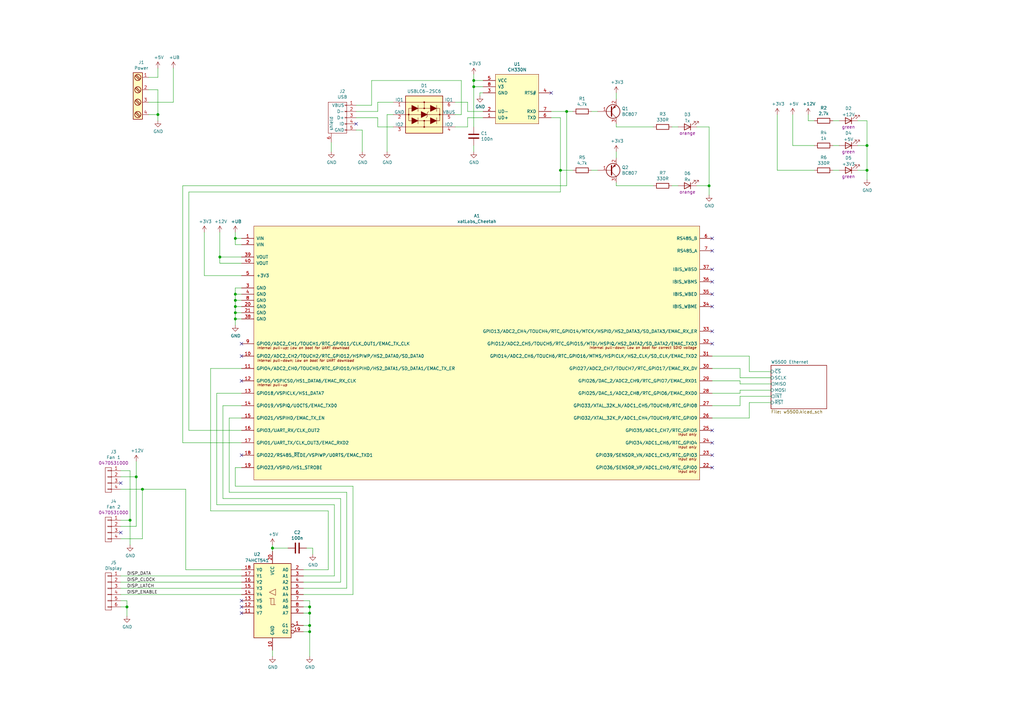
<source format=kicad_sch>
(kicad_sch (version 20210406) (generator eeschema)
  (paper "A3")
  (title_block (title "Controller for 16-Segment LED Display") (date "2021-11-10") (rev "1.0") (comment 1 "Julian Metzler"))
  (lib_symbols
    (symbol "74xx:74HCT541" (pin_names (offset 1.016))
      (property "Reference" "U" (at -7.62 16.51 0))
      (property "Value" "74HCT541" (at -7.62 -16.51 0))
      (symbol "74HCT541_1_0"
        (polyline (pts (xy -0.635 -1.6002) (xy -0.635 0.9398) (xy 0.635 0.9398)))
        (polyline (pts (xy -1.27 -1.6002) (xy 0.635 -1.6002) (xy 0.635 0.9398) (xy 1.27 0.9398)))
        (polyline (pts (xy 1.27 3.4798) (xy -1.27 4.7498) (xy -1.27 2.2098) (xy 1.27 3.4798)) (stroke (width 0.1524)))
        (pin input inverted (at -12.7 -10.16 0) (length 5.08) (name "G1") (number "1"))
        (pin power_in line (at 0 -20.32 90) (length 5.08) (name "GND") (number "10"))
        (pin tri_state line (at 12.7 -5.08 180) (length 5.08) (name "Y7") (number "11"))
        (pin tri_state line (at 12.7 -2.54 180) (length 5.08) (name "Y6") (number "12"))
        (pin tri_state line (at 12.7 0 180) (length 5.08) (name "Y5") (number "13"))
        (pin tri_state line (at 12.7 2.54 180) (length 5.08) (name "Y4") (number "14"))
        (pin tri_state line (at 12.7 5.08 180) (length 5.08) (name "Y3") (number "15"))
        (pin tri_state line (at 12.7 7.62 180) (length 5.08) (name "Y2") (number "16"))
        (pin tri_state line (at 12.7 10.16 180) (length 5.08) (name "Y1") (number "17"))
        (pin tri_state line (at 12.7 12.7 180) (length 5.08) (name "Y0") (number "18"))
        (pin input inverted (at -12.7 -12.7 0) (length 5.08) (name "G2") (number "19"))
        (pin input line (at -12.7 12.7 0) (length 5.08) (name "A0") (number "2"))
        (pin power_in line (at 0 20.32 270) (length 5.08) (name "VCC") (number "20"))
        (pin input line (at -12.7 10.16 0) (length 5.08) (name "A1") (number "3"))
        (pin input line (at -12.7 7.62 0) (length 5.08) (name "A2") (number "4"))
        (pin input line (at -12.7 5.08 0) (length 5.08) (name "A3") (number "5"))
        (pin input line (at -12.7 2.54 0) (length 5.08) (name "A4") (number "6"))
        (pin input line (at -12.7 0 0) (length 5.08) (name "A5") (number "7"))
        (pin input line (at -12.7 -2.54 0) (length 5.08) (name "A6") (number "8"))
        (pin input line (at -12.7 -5.08 0) (length 5.08) (name "A7") (number "9"))
      )
      (symbol "74HCT541_1_1"
        (rectangle (start -7.62 15.24) (end 7.62 -15.24) (stroke (width 0.254)) (fill (type background)))
      )
    )
    (symbol "ESD_Protection:USBLC6-2SC6" (pin_names (offset 0))
      (property "Reference" "U" (at -6.35 8.89 0))
      (property "Value" "USBLC6-2SC6" (at 0 -8.89 0))
      (symbol "USBLC6-2SC6_0_1"
        (circle (center -6.35 0) (radius 0.254) (fill (type outline)))
        (circle (center 0 -5.08) (radius 0.254) (fill (type outline)))
        (circle (center 0 -2.54) (radius 0.254) (fill (type outline)))
        (circle (center 0 2.54) (radius 0.254) (fill (type outline)))
        (circle (center 0 5.08) (radius 0.254) (fill (type outline)))
        (circle (center 6.35 0) (radius 0.254) (fill (type outline)))
        (rectangle (start -7.62 7.62) (end 7.62 -7.62) (stroke (width 0.254)) (fill (type background)))
        (polyline (pts (xy -7.62 0) (xy -6.35 0)))
        (polyline (pts (xy -6.35 0) (xy -1.27 0)))
        (polyline (pts (xy -2.54 -2.54) (xy 2.54 -2.54)))
        (polyline (pts (xy -2.54 -1.27) (xy -2.54 -3.81)))
        (polyline (pts (xy -2.54 1.27) (xy -2.54 3.81)))
        (polyline (pts (xy -2.54 2.54) (xy 2.54 2.54)))
        (polyline (pts (xy 0 -5.08) (xy -7.62 -5.08)))
        (polyline (pts (xy 0 5.08) (xy -7.62 5.08)))
        (polyline (pts (xy 1.27 0) (xy 6.35 0)))
        (polyline (pts (xy 5.08 -1.27) (xy 5.08 -3.81)))
        (polyline (pts (xy 5.08 1.27) (xy 5.08 3.81)))
        (polyline (pts (xy 6.35 0) (xy 7.62 0)))
        (polyline (pts (xy -6.35 0) (xy -6.35 2.54) (xy -5.08 2.54)))
        (polyline (pts (xy -5.08 -2.54) (xy -6.35 -2.54) (xy -6.35 0)))
        (polyline (pts (xy 0 -2.54) (xy 0 -5.08) (xy 7.62 -5.08)))
        (polyline (pts (xy 0 2.54) (xy 0 5.08) (xy 7.62 5.08)))
        (polyline (pts (xy 0.762 -1.27) (xy 1.27 -0.762) (xy 1.27 0.762) (xy 1.778 1.27)))
        (polyline (pts (xy 5.08 2.54) (xy 6.35 2.54) (xy 6.35 -2.54) (xy 5.08 -2.54)))
        (polyline (pts (xy -5.08 -3.81) (xy -5.08 -1.27) (xy -2.54 -2.54) (xy -5.08 -3.81)) (fill (type outline)))
        (polyline (pts (xy -5.08 3.81) (xy -5.08 1.27) (xy -2.54 2.54) (xy -5.08 3.81)) (fill (type outline)))
        (polyline (pts (xy -1.27 1.27) (xy -1.27 -1.27) (xy 1.27 0) (xy -1.27 1.27)) (fill (type outline)))
        (polyline (pts (xy 2.54 -3.81) (xy 2.54 -1.27) (xy 5.08 -2.54) (xy 2.54 -3.81)) (fill (type outline)))
        (polyline (pts (xy 2.54 3.81) (xy 2.54 1.27) (xy 5.08 2.54) (xy 2.54 3.81)) (fill (type outline)))
      )
      (symbol "USBLC6-2SC6_1_1"
        (pin passive line (at -12.7 5.08 0) (length 5.08) (name "IO1") (number "1"))
        (pin power_in line (at -12.7 0 0) (length 5.08) (name "GND") (number "2"))
        (pin passive line (at -12.7 -5.08 0) (length 5.08) (name "IO2") (number "3"))
        (pin passive line (at 12.7 -5.08 180) (length 5.08) (name "IO2") (number "4"))
        (pin passive line (at 12.7 0 180) (length 5.08) (name "VBUS") (number "5"))
        (pin passive line (at 12.7 5.08 180) (length 5.08) (name "IO1") (number "6"))
      )
    )
    (symbol "Transistor_BJT:BC807" (pin_names (offset 0) hide)
      (property "Reference" "Q" (at 5.08 1.905 0))
      (property "Value" "BC807" (at 5.08 0 0))
      (symbol "BC807_0_1"
        (circle (center 1.27 0) (radius 2.8194) (stroke (width 0.254)))
        (polyline (pts (xy 0.635 0.635) (xy 2.54 2.54)))
        (polyline (pts (xy 0.635 -0.635) (xy 2.54 -2.54) (xy 2.54 -2.54)))
        (polyline (pts (xy 0.635 1.905) (xy 0.635 -1.905) (xy 0.635 -1.905)) (stroke (width 0.508)))
        (polyline (pts (xy 2.286 -1.778) (xy 1.778 -2.286) (xy 1.27 -1.27) (xy 2.286 -1.778) (xy 2.286 -1.778)) (fill (type outline)))
      )
      (symbol "BC807_1_1"
        (pin input line (at -5.08 0 0) (length 5.715) (name "B") (number "1"))
        (pin passive line (at 2.54 -5.08 90) (length 2.54) (name "E") (number "2"))
        (pin passive line (at 2.54 5.08 270) (length 2.54) (name "C") (number "3"))
      )
    )
    (symbol "conn:CONN_01X04" (pin_names (offset 1.016) hide)
      (property "Reference" "P" (at 0 6.35 0))
      (property "Value" "CONN_01X04" (at 2.54 0 90))
      (symbol "CONN_01X04_0_1"
        (rectangle (start -1.27 -3.683) (end 0.254 -3.937))
        (rectangle (start -1.27 -1.143) (end 0.254 -1.397))
        (rectangle (start -1.27 1.397) (end 0.254 1.143))
        (rectangle (start -1.27 3.937) (end 0.254 3.683))
        (rectangle (start -1.27 5.08) (end 1.27 -5.08))
      )
      (symbol "CONN_01X04_1_1"
        (pin passive line (at -5.08 3.81 0) (length 3.81) (name "P1") (number "1"))
        (pin passive line (at -5.08 1.27 0) (length 3.81) (name "P2") (number "2"))
        (pin passive line (at -5.08 -1.27 0) (length 3.81) (name "P3") (number "3"))
        (pin passive line (at -5.08 -3.81 0) (length 3.81) (name "P4") (number "4"))
      )
    )
    (symbol "conn:CONN_01X06" (pin_names (offset 1.016) hide)
      (property "Reference" "P" (at 0 8.89 0))
      (property "Value" "CONN_01X06" (at 2.54 0 90))
      (symbol "CONN_01X06_0_1"
        (rectangle (start -1.27 -6.223) (end 0.254 -6.477))
        (rectangle (start -1.27 -3.683) (end 0.254 -3.937))
        (rectangle (start -1.27 -1.143) (end 0.254 -1.397))
        (rectangle (start -1.27 1.397) (end 0.254 1.143))
        (rectangle (start -1.27 3.937) (end 0.254 3.683))
        (rectangle (start -1.27 6.477) (end 0.254 6.223))
        (rectangle (start -1.27 7.62) (end 1.27 -7.62))
      )
      (symbol "CONN_01X06_1_1"
        (pin passive line (at -5.08 6.35 0) (length 3.81) (name "P1") (number "1"))
        (pin passive line (at -5.08 3.81 0) (length 3.81) (name "P2") (number "2"))
        (pin passive line (at -5.08 1.27 0) (length 3.81) (name "P3") (number "3"))
        (pin passive line (at -5.08 -1.27 0) (length 3.81) (name "P4") (number "4"))
        (pin passive line (at -5.08 -3.81 0) (length 3.81) (name "P5") (number "5"))
        (pin passive line (at -5.08 -6.35 0) (length 3.81) (name "P6") (number "6"))
      )
    )
    (symbol "conn:Screw_Terminal_1x04" (pin_names (offset 0.762) hide)
      (property "Reference" "J" (at 0 11.43 0))
      (property "Value" "Screw_Terminal_1x04" (at -3.81 0 90))
      (symbol "Screw_Terminal_1x04_0_1"
        (circle (center 0.635 -7.62) (radius 1.27) (stroke (width 0.254)))
        (circle (center 0.635 -2.54) (radius 1.27) (stroke (width 0.254)))
        (circle (center 0.635 2.54) (radius 1.27) (stroke (width 0.254)))
        (circle (center 0.635 7.62) (radius 1.27) (stroke (width 0.254)))
        (rectangle (start -1.27 -9.525) (end 2.54 9.525) (stroke (width 0.254)) (fill (type background)))
        (polyline (pts (xy -0.381 -6.985) (xy 1.27 -8.636)) (stroke (width 0.254)))
        (polyline (pts (xy -0.381 3.175) (xy 1.27 1.524)) (stroke (width 0.254)))
        (polyline (pts (xy 0 -1.524) (xy 1.651 -3.175)) (stroke (width 0.254)))
        (polyline (pts (xy 0 8.636) (xy 1.651 6.985)) (stroke (width 0.254)))
        (polyline (pts (xy 1.27 -3.556) (xy -0.381 -1.905)) (stroke (width 0.254)))
        (polyline (pts (xy 1.27 6.604) (xy -0.381 8.255)) (stroke (width 0.254)))
        (polyline (pts (xy 1.651 -8.255) (xy 0 -6.604)) (stroke (width 0.254)))
        (polyline (pts (xy 1.651 1.905) (xy 0 3.556)) (stroke (width 0.254)))
      )
      (symbol "Screw_Terminal_1x04_1_1"
        (pin passive line (at 5.08 7.62 180) (length 2.54) (name "~") (number "1"))
        (pin passive line (at 5.08 2.54 180) (length 2.54) (name "~") (number "2"))
        (pin passive line (at 5.08 -2.54 180) (length 2.54) (name "~") (number "3"))
        (pin passive line (at 5.08 -7.62 180) (length 2.54) (name "~") (number "4"))
      )
    )
    (symbol "conn:USB_OTG" (pin_names (offset 1.016))
      (property "Reference" "P" (at 8.255 -3.175 0))
      (property "Value" "USB_OTG" (at 0 5.08 0))
      (symbol "USB_OTG_0_1"
        (rectangle (start -6.35 -3.81) (end 6.35 3.81))
        (rectangle (start -5.207 -3.81) (end -4.953 -3.048))
        (rectangle (start -2.667 -3.81) (end -2.413 -3.048))
        (rectangle (start -0.127 -3.81) (end 0.127 -3.048))
        (rectangle (start 2.413 -3.81) (end 2.667 -3.048))
        (rectangle (start 4.953 -3.81) (end 5.207 -3.048))
      )
      (symbol "USB_OTG_1_1"
        (pin power_out line (at -5.08 -7.62 90) (length 3.81) (name "VBUS") (number "1"))
        (pin passive line (at -2.54 -7.62 90) (length 3.81) (name "D-") (number "2"))
        (pin passive line (at 0 -7.62 90) (length 3.81) (name "D+") (number "3"))
        (pin power_in line (at 2.54 -7.62 90) (length 3.81) (name "ID") (number "4"))
        (pin power_in line (at 5.08 -7.62 90) (length 3.81) (name "GND") (number "5"))
        (pin passive line (at 10.16 2.54 180) (length 3.81) (name "shield") (number "6"))
      )
    )
    (symbol "custom:+UB" (power) (pin_names (offset 0))
      (property "Value" "+UB" (at 0 3.556 0))
      (symbol "+UB_0_1"
        (polyline (pts (xy -0.762 1.27) (xy 0 2.54)))
        (polyline (pts (xy 0 0) (xy 0 2.54)))
        (polyline (pts (xy 0 2.54) (xy 0.762 1.27)))
      )
      (symbol "+UB_1_1"
        (pin power_in line (at 0 0 90) (length 0) hide (name "+UB") (number "1"))
      )
    )
    (symbol "custom:CH330N" (pin_names (offset 1.016))
      (property "Reference" "U" (at 0 1.27 0))
      (property "Value" "CH330N" (at 0 -1.27 0))
      (symbol "CH330N_0_1"
        (rectangle (start -8.89 10.16) (end 8.89 -10.16) (fill (type background)))
      )
      (symbol "CH330N_1_1"
        (pin bidirectional line (at -13.97 -7.62 0) (length 5.08) (name "UD+") (number "1"))
        (pin bidirectional line (at -13.97 -5.08 0) (length 5.08) (name "UD-") (number "2"))
        (pin power_in line (at -13.97 2.54 0) (length 5.08) (name "GND") (number "3"))
        (pin output line (at 13.97 2.54 180) (length 5.08) (name "RTS#") (number "4"))
        (pin power_in line (at -13.97 7.62 0) (length 5.08) (name "VCC") (number "5"))
        (pin output line (at 13.97 -7.62 180) (length 5.08) (name "TXD") (number "6"))
        (pin input line (at 13.97 -5.08 180) (length 5.08) (name "RXD") (number "7"))
        (pin power_out line (at -13.97 5.08 0) (length 5.08) (name "V3") (number "8"))
      )
    )
    (symbol "custom:xatLabs_Cheetah" (pin_names (offset 1.016))
      (property "Reference" "A" (at 0 39.37 0))
      (property "Value" "xatLabs_Cheetah" (at 0 36.83 0))
      (symbol "xatLabs_Cheetah_0_0"
        (text "Input only" (at 90.17 -43.5102 0) (effects (font (size 0.9906 0.9906) italic) (justify right)))
        (text "Input only" (at 90.17 -38.4048 0) (effects (font (size 0.9906 0.9906) italic) (justify right)))
        (text "Input only" (at 90.17 -33.5026 0) (effects (font (size 0.9906 0.9906) italic) (justify right)))
        (text "Input only" (at 90.17 -28.2956 0) (effects (font (size 0.9906 0.9906) italic) (justify right)))
        (text "Internal pull-down; Low on boot for correct SDIO voltage" (at 90.17 7.2898 0) (effects (font (size 0.9906 0.9906) italic) (justify right)))
        (text "Internal pull-down; Low on boot for UART download" (at -90.17 2.0066 0) (effects (font (size 0.9906 0.9906) italic) (justify left)))
        (text "Internal pull-up" (at -90.17 -8.001 0) (effects (font (size 0.9906 0.9906) italic) (justify left)))
        (text "Internal pull-up; Low on boot for UART download" (at -90.17 7.1882 0) (effects (font (size 0.9906 0.9906) italic) (justify left)))
      )
      (symbol "xatLabs_Cheetah_0_1"
        (rectangle (start -91.44 57.15) (end 91.44 -46.99) (fill (type background)))
      )
      (symbol "xatLabs_Cheetah_1_1"
        (pin power_in line (at -96.52 52.07 0) (length 5.08) (name "VIN") (number "1"))
        (pin bidirectional line (at -96.52 3.81 0) (length 5.08) (name "GPIO2/ADC2_CH2/TOUCH2/RTC_GPIO12/HSPIWP/HS2_DATA0/SD_DATA0") (number "10"))
        (pin bidirectional line (at -96.52 -1.27 0) (length 5.08) (name "GPIO4/ADC2_CH0/TOUCH0/RTC_GPIO10/HSPIHD/HS2_DATA1/SD_DATA1/EMAC_TX_ER") (number "11"))
        (pin bidirectional line (at -96.52 -6.35 0) (length 5.08) (name "GPIO5/VSPICS0/HS1_DATA6/EMAC_RX_CLK") (number "12"))
        (pin bidirectional line (at -96.52 -11.43 0) (length 5.08) (name "GPIO18/VSPICLK/HS1_DATA7") (number "13"))
        (pin bidirectional line (at -96.52 -16.51 0) (length 5.08) (name "GPIO19/VSPIQ/U0CTS/EMAC_TXD0") (number "14"))
        (pin bidirectional line (at -96.52 -21.59 0) (length 5.08) (name "GPIO21/VSPIHD/EMAC_TX_EN") (number "15"))
        (pin bidirectional line (at -96.52 -26.67 0) (length 5.08) (name "GPIO3/UART_RX/CLK_OUT2") (number "16"))
        (pin bidirectional line (at -96.52 -31.75 0) (length 5.08) (name "GPIO1/UART_TX/CLK_OUT3/EMAC_RXD2") (number "17"))
        (pin bidirectional line (at -96.52 -36.83 0) (length 5.08) (name "GPIO22/RS485_~RE~DE/VSPIWP/U0RTS/EMAC_TXD1") (number "18"))
        (pin bidirectional line (at -96.52 -41.91 0) (length 5.08) (name "GPIO23/VSPID/HS1_STROBE") (number "19"))
        (pin power_in line (at -96.52 49.53 0) (length 5.08) (name "VIN") (number "2"))
        (pin power_in line (at -96.52 24.13 0) (length 5.08) (name "GND") (number "20"))
        (pin power_in line (at -96.52 21.59 0) (length 5.08) (name "GND") (number "21"))
        (pin input line (at 96.52 -41.91 180) (length 5.08) (name "GPIO36/SENSOR_VP/ADC1_CH0/RTC_GPIO0") (number "22"))
        (pin input line (at 96.52 -36.83 180) (length 5.08) (name "GPIO39/SENSOR_VN/ADC1_CH3/RTC_GPIO3") (number "23"))
        (pin input line (at 96.52 -31.75 180) (length 5.08) (name "GPIO34/ADC1_CH6/RTC_GPIO4") (number "24"))
        (pin input line (at 96.52 -26.67 180) (length 5.08) (name "GPIO35/ADC1_CH7/RTC_GPIO5") (number "25"))
        (pin bidirectional line (at 96.52 -21.59 180) (length 5.08) (name "GPIO32/XTAL_32K_P/ADC1_CH4/TOUCH9/RTC_GPIO9") (number "26"))
        (pin bidirectional line (at 96.52 -16.51 180) (length 5.08) (name "GPIO33/XTAL_32K_N/ADC1_CH5/TOUCH8/RTC_GPIO8") (number "27"))
        (pin bidirectional line (at 96.52 -11.43 180) (length 5.08) (name "GPIO25/DAC_1/ADC2_CH8/RTC_GPIO6/EMAC_RXD0") (number "28"))
        (pin bidirectional line (at 96.52 -6.35 180) (length 5.08) (name "GPIO26/DAC_2/ADC2_CH9/RTC_GPIO7/EMAC_RXD1") (number "29"))
        (pin power_in line (at -96.52 31.75 0) (length 5.08) (name "GND") (number "3"))
        (pin bidirectional line (at 96.52 -1.27 180) (length 5.08) (name "GPIO27/ADC2_CH7/TOUCH7/RTC_GPIO17/EMAC_RX_DV") (number "30"))
        (pin bidirectional line (at 96.52 3.81 180) (length 5.08) (name "GPIO14/ADC2_CH6/TOUCH6/RTC_GPIO16/MTMS/HSPICLK/HS2_CLK/SD_CLK/EMAC_TXD2") (number "31"))
        (pin bidirectional line (at 96.52 8.89 180) (length 5.08) (name "GPIO12/ADC2_CH5/TOUCH5/RTC_GPIO15/MTDI/HSPIQ/HS2_DATA2/SD_DATA2/EMAC_TXD3") (number "32"))
        (pin bidirectional line (at 96.52 13.97 180) (length 5.08) (name "GPIO13/ADC2_CH4/TOUCH4/RTC_GPIO14/MTCK/HSPID/HS2_DATA3/SD_DATA3/EMAC_RX_ER") (number "33"))
        (pin output line (at 96.52 24.13 180) (length 5.08) (name "IBIS_WBME") (number "34"))
        (pin output line (at 96.52 29.21 180) (length 5.08) (name "IBIS_WBED") (number "35"))
        (pin input line (at 96.52 34.29 180) (length 5.08) (name "IBIS_WBMS") (number "36"))
        (pin input line (at 96.52 39.37 180) (length 5.08) (name "IBIS_WBSD") (number "37"))
        (pin power_in line (at -96.52 19.05 0) (length 5.08) (name "GND") (number "38"))
        (pin power_out line (at -96.52 44.45 0) (length 5.08) (name "VOUT") (number "39"))
        (pin power_in line (at -96.52 29.21 0) (length 5.08) (name "GND") (number "4"))
        (pin power_out line (at -96.52 41.91 0) (length 5.08) (name "VOUT") (number "40"))
        (pin power_out line (at -96.52 36.83 0) (length 5.08) (name "+3V3") (number "5"))
        (pin bidirectional line (at 96.52 52.07 180) (length 5.08) (name "RS485_B") (number "6"))
        (pin bidirectional line (at 96.52 46.99 180) (length 5.08) (name "RS485_A") (number "7"))
        (pin power_in line (at -96.52 26.67 0) (length 5.08) (name "GND") (number "8"))
        (pin bidirectional line (at -96.52 8.89 0) (length 5.08) (name "GPIO0/ADC2_CH1/TOUCH1/RTC_GPIO11/CLK_OUT1/EMAC_TX_CLK") (number "9"))
      )
    )
    (symbol "device:C" (pin_numbers hide) (pin_names (offset 0.254))
      (property "Reference" "C" (at 0.635 2.54 0))
      (property "Value" "C" (at 0.635 -2.54 0))
      (symbol "C_0_1"
        (polyline (pts (xy -2.032 -0.762) (xy 2.032 -0.762)) (stroke (width 0.508)))
        (polyline (pts (xy -2.032 0.762) (xy 2.032 0.762)) (stroke (width 0.508)))
      )
      (symbol "C_1_1"
        (pin passive line (at 0 3.81 270) (length 2.794) (name "~") (number "1"))
        (pin passive line (at 0 -3.81 90) (length 2.794) (name "~") (number "2"))
      )
    )
    (symbol "device:LED" (pin_numbers hide) (pin_names (offset 1.016) hide)
      (property "Reference" "D" (at 0 2.54 0))
      (property "Value" "LED" (at 0 -2.54 0))
      (symbol "LED_0_1"
        (polyline (pts (xy -1.27 -1.27) (xy -1.27 1.27)) (stroke (width 0.254)))
        (polyline (pts (xy -1.27 0) (xy 1.27 0)))
        (polyline (pts (xy 1.27 -1.27) (xy 1.27 1.27) (xy -1.27 0) (xy 1.27 -1.27)) (stroke (width 0.254)))
        (polyline (pts (xy -3.048 -0.762) (xy -4.572 -2.286) (xy -3.81 -2.286) (xy -4.572 -2.286) (xy -4.572 -1.524)))
        (polyline (pts (xy -1.778 -0.762) (xy -3.302 -2.286) (xy -2.54 -2.286) (xy -3.302 -2.286) (xy -3.302 -1.524)))
      )
      (symbol "LED_1_1"
        (pin passive line (at -3.81 0 0) (length 2.54) (name "K") (number "1"))
        (pin passive line (at 3.81 0 180) (length 2.54) (name "A") (number "2"))
      )
    )
    (symbol "device:R" (pin_numbers hide) (pin_names (offset 0))
      (property "Reference" "R" (at 2.032 0 90))
      (property "Value" "R" (at 0 0 90))
      (symbol "R_0_1"
        (rectangle (start -1.016 -2.54) (end 1.016 2.54) (stroke (width 0.254)))
      )
      (symbol "R_1_1"
        (pin passive line (at 0 3.81 270) (length 1.27) (name "~") (number "1"))
        (pin passive line (at 0 -3.81 90) (length 1.27) (name "~") (number "2"))
      )
    )
    (symbol "power:+12V" (power) (pin_names (offset 0))
      (property "Value" "+12V" (at 0 3.556 0))
      (symbol "+12V_0_1"
        (polyline (pts (xy -0.762 1.27) (xy 0 2.54)))
        (polyline (pts (xy 0 0) (xy 0 2.54)))
        (polyline (pts (xy 0 2.54) (xy 0.762 1.27)))
      )
      (symbol "+12V_1_1"
        (pin power_in line (at 0 0 90) (length 0) hide (name "+12V") (number "1"))
      )
    )
    (symbol "power:+3V3" (power) (pin_names (offset 0))
      (property "Value" "+3V3" (at 0 3.556 0))
      (symbol "+3V3_0_1"
        (polyline (pts (xy -0.762 1.27) (xy 0 2.54)))
        (polyline (pts (xy 0 0) (xy 0 2.54)))
        (polyline (pts (xy 0 2.54) (xy 0.762 1.27)))
      )
      (symbol "+3V3_1_1"
        (pin power_in line (at 0 0 90) (length 0) hide (name "+3V3") (number "1"))
      )
    )
    (symbol "power:+5V" (power) (pin_names (offset 0))
      (property "Value" "+5V" (at 0 3.556 0))
      (symbol "+5V_0_1"
        (polyline (pts (xy -0.762 1.27) (xy 0 2.54)))
        (polyline (pts (xy 0 0) (xy 0 2.54)))
        (polyline (pts (xy 0 2.54) (xy 0.762 1.27)))
      )
      (symbol "+5V_1_1"
        (pin power_in line (at 0 0 90) (length 0) hide (name "+5V") (number "1"))
      )
    )
    (symbol "power:GND" (power) (pin_names (offset 0))
      (property "Value" "GND" (at 0 -3.81 0))
      (symbol "GND_0_1"
        (polyline (pts (xy 0 0) (xy 0 -1.27) (xy 1.27 -1.27) (xy 0 -2.54) (xy -1.27 -1.27) (xy 0 -1.27)))
      )
      (symbol "GND_1_1"
        (pin power_in line (at 0 0 270) (length 0) hide (name "GND") (number "1"))
      )
    )
  )
  (junction (at 52.07 248.92) (diameter 1.016))
  (junction (at 53.34 213.36) (diameter 1.016))
  (junction (at 55.88 195.58) (diameter 1.016))
  (junction (at 58.42 200.66) (diameter 1.016))
  (junction (at 64.77 46.99) (diameter 1.016))
  (junction (at 90.17 105.41) (diameter 1.016))
  (junction (at 96.52 97.79) (diameter 1.016))
  (junction (at 96.52 120.65) (diameter 1.016))
  (junction (at 96.52 123.19) (diameter 1.016))
  (junction (at 96.52 125.73) (diameter 1.016))
  (junction (at 96.52 128.27) (diameter 1.016))
  (junction (at 96.52 130.81) (diameter 1.016))
  (junction (at 111.76 224.79) (diameter 1.016))
  (junction (at 127 248.92) (diameter 1.016))
  (junction (at 127 251.46) (diameter 1.016))
  (junction (at 127 256.54) (diameter 1.016))
  (junction (at 127 259.08) (diameter 1.016))
  (junction (at 194.31 33.02) (diameter 1.016))
  (junction (at 194.31 35.56) (diameter 1.016))
  (junction (at 229.87 69.85) (diameter 1.016))
  (junction (at 232.41 45.72) (diameter 1.016))
  (junction (at 290.83 76.2) (diameter 1.016))
  (junction (at 355.6 59.69) (diameter 1.016))
  (junction (at 355.6 69.85) (diameter 1.016))
  (no_connect (at 49.53 198.12))
  (no_connect (at 49.53 218.44))
  (no_connect (at 99.06 140.97))
  (no_connect (at 99.06 146.05))
  (no_connect (at 99.06 156.21))
  (no_connect (at 99.06 186.69))
  (no_connect (at 99.06 246.38))
  (no_connect (at 99.06 248.92))
  (no_connect (at 99.06 251.46))
  (no_connect (at 146.05 50.8))
  (no_connect (at 226.06 38.1))
  (no_connect (at 292.1 97.79))
  (no_connect (at 292.1 102.87))
  (no_connect (at 292.1 110.49))
  (no_connect (at 292.1 115.57))
  (no_connect (at 292.1 120.65))
  (no_connect (at 292.1 125.73))
  (no_connect (at 292.1 135.89))
  (no_connect (at 292.1 140.97))
  (no_connect (at 292.1 176.53))
  (no_connect (at 292.1 181.61))
  (no_connect (at 292.1 186.69))
  (no_connect (at 292.1 191.77))
  (wire (pts (xy 49.53 193.04) (xy 53.34 193.04)))
  (wire (pts (xy 49.53 195.58) (xy 55.88 195.58)))
  (wire (pts (xy 49.53 200.66) (xy 58.42 200.66)))
  (wire (pts (xy 49.53 238.76) (xy 99.06 238.76)))
  (wire (pts (xy 49.53 243.84) (xy 99.06 243.84)))
  (wire (pts (xy 49.53 246.38) (xy 52.07 246.38)))
  (wire (pts (xy 49.53 248.92) (xy 52.07 248.92)))
  (wire (pts (xy 52.07 246.38) (xy 52.07 248.92)))
  (wire (pts (xy 52.07 248.92) (xy 52.07 252.73)))
  (wire (pts (xy 53.34 193.04) (xy 53.34 213.36)))
  (wire (pts (xy 53.34 213.36) (xy 49.53 213.36)))
  (wire (pts (xy 53.34 223.52) (xy 53.34 213.36)))
  (wire (pts (xy 55.88 189.23) (xy 55.88 195.58)))
  (wire (pts (xy 55.88 195.58) (xy 55.88 215.9)))
  (wire (pts (xy 55.88 215.9) (xy 49.53 215.9)))
  (wire (pts (xy 58.42 200.66) (xy 58.42 220.98)))
  (wire (pts (xy 58.42 200.66) (xy 76.2 200.66)))
  (wire (pts (xy 58.42 220.98) (xy 49.53 220.98)))
  (wire (pts (xy 60.96 36.83) (xy 64.77 36.83)))
  (wire (pts (xy 60.96 41.91) (xy 71.12 41.91)))
  (wire (pts (xy 60.96 46.99) (xy 64.77 46.99)))
  (wire (pts (xy 64.77 27.94) (xy 64.77 31.75)))
  (wire (pts (xy 64.77 31.75) (xy 60.96 31.75)))
  (wire (pts (xy 64.77 36.83) (xy 64.77 46.99)))
  (wire (pts (xy 64.77 46.99) (xy 64.77 49.53)))
  (wire (pts (xy 71.12 41.91) (xy 71.12 27.94)))
  (wire (pts (xy 74.93 76.2) (xy 74.93 181.61)))
  (wire (pts (xy 74.93 181.61) (xy 99.06 181.61)))
  (wire (pts (xy 76.2 200.66) (xy 76.2 233.68)))
  (wire (pts (xy 76.2 233.68) (xy 99.06 233.68)))
  (wire (pts (xy 77.47 78.74) (xy 229.87 78.74)))
  (wire (pts (xy 77.47 176.53) (xy 77.47 78.74)))
  (wire (pts (xy 77.47 176.53) (xy 99.06 176.53)))
  (wire (pts (xy 83.82 95.25) (xy 83.82 113.03)))
  (wire (pts (xy 83.82 113.03) (xy 99.06 113.03)))
  (wire (pts (xy 86.36 151.13) (xy 99.06 151.13)))
  (wire (pts (xy 86.36 209.55) (xy 86.36 151.13)))
  (wire (pts (xy 88.9 161.29) (xy 88.9 207.01)))
  (wire (pts (xy 88.9 207.01) (xy 137.16 207.01)))
  (wire (pts (xy 90.17 95.25) (xy 90.17 105.41)))
  (wire (pts (xy 90.17 105.41) (xy 90.17 107.95)))
  (wire (pts (xy 90.17 107.95) (xy 99.06 107.95)))
  (wire (pts (xy 91.44 166.37) (xy 91.44 204.47)))
  (wire (pts (xy 91.44 204.47) (xy 139.7 204.47)))
  (wire (pts (xy 93.98 171.45) (xy 93.98 201.93)))
  (wire (pts (xy 93.98 201.93) (xy 142.24 201.93)))
  (wire (pts (xy 96.52 95.25) (xy 96.52 97.79)))
  (wire (pts (xy 96.52 97.79) (xy 96.52 100.33)))
  (wire (pts (xy 96.52 97.79) (xy 99.06 97.79)))
  (wire (pts (xy 96.52 100.33) (xy 99.06 100.33)))
  (wire (pts (xy 96.52 118.11) (xy 99.06 118.11)))
  (wire (pts (xy 96.52 120.65) (xy 96.52 118.11)))
  (wire (pts (xy 96.52 123.19) (xy 96.52 120.65)))
  (wire (pts (xy 96.52 123.19) (xy 99.06 123.19)))
  (wire (pts (xy 96.52 125.73) (xy 96.52 123.19)))
  (wire (pts (xy 96.52 128.27) (xy 96.52 125.73)))
  (wire (pts (xy 96.52 128.27) (xy 99.06 128.27)))
  (wire (pts (xy 96.52 130.81) (xy 96.52 128.27)))
  (wire (pts (xy 96.52 130.81) (xy 99.06 130.81)))
  (wire (pts (xy 96.52 133.35) (xy 96.52 130.81)))
  (wire (pts (xy 96.52 191.77) (xy 96.52 199.39)))
  (wire (pts (xy 96.52 199.39) (xy 144.78 199.39)))
  (wire (pts (xy 99.06 105.41) (xy 90.17 105.41)))
  (wire (pts (xy 99.06 120.65) (xy 96.52 120.65)))
  (wire (pts (xy 99.06 125.73) (xy 96.52 125.73)))
  (wire (pts (xy 99.06 161.29) (xy 88.9 161.29)))
  (wire (pts (xy 99.06 166.37) (xy 91.44 166.37)))
  (wire (pts (xy 99.06 171.45) (xy 93.98 171.45)))
  (wire (pts (xy 99.06 191.77) (xy 96.52 191.77)))
  (wire (pts (xy 99.06 236.22) (xy 49.53 236.22)))
  (wire (pts (xy 99.06 241.3) (xy 49.53 241.3)))
  (wire (pts (xy 111.76 223.52) (xy 111.76 224.79)))
  (wire (pts (xy 111.76 224.79) (xy 111.76 226.06)))
  (wire (pts (xy 111.76 224.79) (xy 118.11 224.79)))
  (wire (pts (xy 111.76 266.7) (xy 111.76 269.24)))
  (wire (pts (xy 124.46 233.68) (xy 134.62 233.68)))
  (wire (pts (xy 124.46 246.38) (xy 127 246.38)))
  (wire (pts (xy 124.46 248.92) (xy 127 248.92)))
  (wire (pts (xy 124.46 251.46) (xy 127 251.46)))
  (wire (pts (xy 124.46 256.54) (xy 127 256.54)))
  (wire (pts (xy 124.46 259.08) (xy 127 259.08)))
  (wire (pts (xy 125.73 224.79) (xy 128.27 224.79)))
  (wire (pts (xy 127 246.38) (xy 127 248.92)))
  (wire (pts (xy 127 248.92) (xy 127 251.46)))
  (wire (pts (xy 127 251.46) (xy 127 256.54)))
  (wire (pts (xy 127 256.54) (xy 127 259.08)))
  (wire (pts (xy 127 259.08) (xy 127 269.24)))
  (wire (pts (xy 128.27 224.79) (xy 128.27 227.33)))
  (wire (pts (xy 134.62 209.55) (xy 86.36 209.55)))
  (wire (pts (xy 134.62 233.68) (xy 134.62 209.55)))
  (wire (pts (xy 135.89 62.23) (xy 135.89 58.42)))
  (wire (pts (xy 137.16 207.01) (xy 137.16 236.22)))
  (wire (pts (xy 137.16 236.22) (xy 124.46 236.22)))
  (wire (pts (xy 139.7 204.47) (xy 139.7 238.76)))
  (wire (pts (xy 139.7 238.76) (xy 124.46 238.76)))
  (wire (pts (xy 142.24 201.93) (xy 142.24 241.3)))
  (wire (pts (xy 142.24 241.3) (xy 124.46 241.3)))
  (wire (pts (xy 144.78 199.39) (xy 144.78 243.84)))
  (wire (pts (xy 144.78 243.84) (xy 124.46 243.84)))
  (wire (pts (xy 146.05 43.18) (xy 152.4 43.18)))
  (wire (pts (xy 146.05 45.72) (xy 154.94 45.72)))
  (wire (pts (xy 146.05 48.26) (xy 154.94 48.26)))
  (wire (pts (xy 146.05 53.34) (xy 148.59 53.34)))
  (wire (pts (xy 148.59 53.34) (xy 148.59 62.23)))
  (wire (pts (xy 152.4 33.02) (xy 189.23 33.02)))
  (wire (pts (xy 152.4 43.18) (xy 152.4 33.02)))
  (wire (pts (xy 154.94 41.91) (xy 161.29 41.91)))
  (wire (pts (xy 154.94 45.72) (xy 154.94 41.91)))
  (wire (pts (xy 154.94 48.26) (xy 154.94 52.07)))
  (wire (pts (xy 154.94 52.07) (xy 161.29 52.07)))
  (wire (pts (xy 158.75 46.99) (xy 161.29 46.99)))
  (wire (pts (xy 158.75 62.23) (xy 158.75 46.99)))
  (wire (pts (xy 186.69 41.91) (xy 191.77 41.91)))
  (wire (pts (xy 186.69 52.07) (xy 191.77 52.07)))
  (wire (pts (xy 189.23 33.02) (xy 189.23 46.99)))
  (wire (pts (xy 189.23 46.99) (xy 186.69 46.99)))
  (wire (pts (xy 191.77 41.91) (xy 191.77 45.72)))
  (wire (pts (xy 191.77 45.72) (xy 198.12 45.72)))
  (wire (pts (xy 191.77 48.26) (xy 198.12 48.26)))
  (wire (pts (xy 191.77 52.07) (xy 191.77 48.26)))
  (wire (pts (xy 194.31 30.48) (xy 194.31 33.02)))
  (wire (pts (xy 194.31 33.02) (xy 194.31 35.56)))
  (wire (pts (xy 194.31 35.56) (xy 194.31 52.07)))
  (wire (pts (xy 194.31 62.23) (xy 194.31 59.69)))
  (wire (pts (xy 196.85 38.1) (xy 198.12 38.1)))
  (wire (pts (xy 196.85 39.37) (xy 196.85 38.1)))
  (wire (pts (xy 198.12 33.02) (xy 194.31 33.02)))
  (wire (pts (xy 198.12 35.56) (xy 194.31 35.56)))
  (wire (pts (xy 226.06 45.72) (xy 232.41 45.72)))
  (wire (pts (xy 229.87 48.26) (xy 226.06 48.26)))
  (wire (pts (xy 229.87 69.85) (xy 229.87 48.26)))
  (wire (pts (xy 229.87 78.74) (xy 229.87 69.85)))
  (wire (pts (xy 232.41 45.72) (xy 232.41 76.2)))
  (wire (pts (xy 232.41 45.72) (xy 234.95 45.72)))
  (wire (pts (xy 232.41 76.2) (xy 74.93 76.2)))
  (wire (pts (xy 234.95 69.85) (xy 229.87 69.85)))
  (wire (pts (xy 242.57 45.72) (xy 245.11 45.72)))
  (wire (pts (xy 242.57 69.85) (xy 245.11 69.85)))
  (wire (pts (xy 252.73 38.1) (xy 252.73 40.64)))
  (wire (pts (xy 252.73 50.8) (xy 252.73 52.07)))
  (wire (pts (xy 252.73 52.07) (xy 267.97 52.07)))
  (wire (pts (xy 252.73 62.23) (xy 252.73 64.77)))
  (wire (pts (xy 252.73 74.93) (xy 252.73 76.2)))
  (wire (pts (xy 252.73 76.2) (xy 267.97 76.2)))
  (wire (pts (xy 278.13 52.07) (xy 275.59 52.07)))
  (wire (pts (xy 278.13 76.2) (xy 275.59 76.2)))
  (wire (pts (xy 285.75 76.2) (xy 290.83 76.2)))
  (wire (pts (xy 290.83 52.07) (xy 285.75 52.07)))
  (wire (pts (xy 290.83 76.2) (xy 290.83 52.07)))
  (wire (pts (xy 290.83 80.01) (xy 290.83 76.2)))
  (wire (pts (xy 292.1 146.05) (xy 307.34 146.05)))
  (wire (pts (xy 292.1 151.13) (xy 303.53 151.13)))
  (wire (pts (xy 292.1 156.21) (xy 303.53 156.21)))
  (wire (pts (xy 292.1 161.29) (xy 303.53 161.29)))
  (wire (pts (xy 292.1 166.37) (xy 303.53 166.37)))
  (wire (pts (xy 292.1 171.45) (xy 307.34 171.45)))
  (wire (pts (xy 303.53 151.13) (xy 303.53 154.94)))
  (wire (pts (xy 303.53 154.94) (xy 316.23 154.94)))
  (wire (pts (xy 303.53 156.21) (xy 303.53 157.48)))
  (wire (pts (xy 303.53 157.48) (xy 316.23 157.48)))
  (wire (pts (xy 303.53 160.02) (xy 316.23 160.02)))
  (wire (pts (xy 303.53 161.29) (xy 303.53 160.02)))
  (wire (pts (xy 303.53 162.56) (xy 316.23 162.56)))
  (wire (pts (xy 303.53 166.37) (xy 303.53 162.56)))
  (wire (pts (xy 307.34 146.05) (xy 307.34 152.4)))
  (wire (pts (xy 307.34 152.4) (xy 316.23 152.4)))
  (wire (pts (xy 307.34 165.1) (xy 316.23 165.1)))
  (wire (pts (xy 307.34 171.45) (xy 307.34 165.1)))
  (wire (pts (xy 318.77 46.99) (xy 318.77 69.85)))
  (wire (pts (xy 318.77 69.85) (xy 334.01 69.85)))
  (wire (pts (xy 325.12 46.99) (xy 325.12 59.69)))
  (wire (pts (xy 325.12 59.69) (xy 334.01 59.69)))
  (wire (pts (xy 331.47 46.99) (xy 331.47 49.53)))
  (wire (pts (xy 331.47 49.53) (xy 334.01 49.53)))
  (wire (pts (xy 341.63 49.53) (xy 344.17 49.53)))
  (wire (pts (xy 341.63 59.69) (xy 344.17 59.69)))
  (wire (pts (xy 341.63 69.85) (xy 344.17 69.85)))
  (wire (pts (xy 351.79 59.69) (xy 355.6 59.69)))
  (wire (pts (xy 351.79 69.85) (xy 355.6 69.85)))
  (wire (pts (xy 355.6 49.53) (xy 351.79 49.53)))
  (wire (pts (xy 355.6 59.69) (xy 355.6 49.53)))
  (wire (pts (xy 355.6 69.85) (xy 355.6 59.69)))
  (wire (pts (xy 355.6 73.66) (xy 355.6 69.85)))
  (label "DISP_DATA" (at 52.07 236.22 0))
  (label "DISP_CLOCK" (at 52.07 238.76 0))
  (label "DISP_LATCH" (at 52.07 241.3 0))
  (label "DISP_ENABLE" (at 52.07 243.84 0))
  (symbol (lib_id "power:+12V") (at 55.88 189.23 0) (unit 1)
    (property "Reference" "#PWR021" (effects hide))
    (property "Value" "+12V" (at 56.261 184.8358 0))
  )
  (symbol (lib_id "power:+5V") (at 64.77 27.94 0) (unit 1)
    (property "Reference" "#PWR02" (effects hide))
    (property "Value" "+5V" (at 65.151 23.5458 0))
  )
  (symbol (lib_id "custom:+UB") (at 71.12 27.94 0) (unit 1)
    (property "Reference" "#PWR01" (effects hide))
    (property "Value" "+UB" (at 71.501 23.5458 0))
  )
  (symbol (lib_id "power:+3V3") (at 83.82 95.25 0) (unit 1)
    (property "Reference" "#PWR017" (effects hide))
    (property "Value" "+3V3" (at 84.201 90.8558 0))
  )
  (symbol (lib_id "power:+12V") (at 90.17 95.25 0) (unit 1)
    (property "Reference" "#PWR018" (effects hide))
    (property "Value" "+12V" (at 90.551 90.8558 0))
  )
  (symbol (lib_id "custom:+UB") (at 96.52 95.25 0) (unit 1)
    (property "Reference" "#PWR019" (effects hide))
    (property "Value" "+UB" (at 96.901 90.8558 0))
  )
  (symbol (lib_id "power:+5V") (at 111.76 223.52 0) (unit 1)
    (property "Reference" "#PWR023" (effects hide))
    (property "Value" "+5V" (at 112.141 219.1258 0))
  )
  (symbol (lib_id "power:+3V3") (at 194.31 30.48 0) (unit 1)
    (property "Reference" "#PWR03" (effects hide))
    (property "Value" "+3V3" (at 194.691 26.0858 0))
  )
  (symbol (lib_id "power:+3V3") (at 252.73 38.1 0) (unit 1)
    (property "Reference" "#PWR04" (effects hide))
    (property "Value" "+3V3" (at 253.111 33.7058 0))
  )
  (symbol (lib_id "power:+3V3") (at 252.73 62.23 0) (unit 1)
    (property "Reference" "#PWR014" (effects hide))
    (property "Value" "+3V3" (at 253.111 57.8358 0))
  )
  (symbol (lib_id "power:+3V3") (at 318.77 46.99 0) (unit 1)
    (property "Reference" "#PWR06" (effects hide))
    (property "Value" "+3V3" (at 319.151 42.5958 0))
  )
  (symbol (lib_id "power:+5V") (at 325.12 46.99 0) (unit 1)
    (property "Reference" "#PWR07" (effects hide))
    (property "Value" "+5V" (at 325.501 42.5958 0))
  )
  (symbol (lib_id "power:+12V") (at 331.47 46.99 0) (unit 1)
    (property "Reference" "#PWR08" (effects hide))
    (property "Value" "+12V" (at 331.851 42.5958 0))
  )
  (symbol (lib_id "power:GND") (at 52.07 252.73 0) (unit 1)
    (property "Reference" "#PWR025" (effects hide))
    (property "Value" "GND" (at 52.197 257.1242 0))
  )
  (symbol (lib_id "power:GND") (at 53.34 223.52 0) (unit 1)
    (property "Reference" "#PWR022" (effects hide))
    (property "Value" "GND" (at 53.467 227.9142 0))
  )
  (symbol (lib_id "power:GND") (at 64.77 49.53 0) (unit 1)
    (property "Reference" "#PWR09" (effects hide))
    (property "Value" "GND" (at 64.897 53.9242 0))
  )
  (symbol (lib_id "power:GND") (at 96.52 133.35 0) (unit 1)
    (property "Reference" "#PWR020" (effects hide))
    (property "Value" "GND" (at 96.647 137.7442 0))
  )
  (symbol (lib_id "power:GND") (at 111.76 269.24 0) (unit 1)
    (property "Reference" "#PWR026" (effects hide))
    (property "Value" "GND" (at 111.887 273.6342 0))
  )
  (symbol (lib_id "power:GND") (at 127 269.24 0) (unit 1)
    (property "Reference" "#PWR027" (effects hide))
    (property "Value" "GND" (at 127.127 273.6342 0))
  )
  (symbol (lib_id "power:GND") (at 128.27 227.33 0) (unit 1)
    (property "Reference" "#PWR024" (effects hide))
    (property "Value" "GND" (at 128.397 231.7242 0))
  )
  (symbol (lib_id "power:GND") (at 135.89 62.23 0) (unit 1)
    (property "Reference" "#PWR010" (effects hide))
    (property "Value" "GND" (at 136.017 66.6242 0))
  )
  (symbol (lib_id "power:GND") (at 148.59 62.23 0) (unit 1)
    (property "Reference" "#PWR011" (effects hide))
    (property "Value" "GND" (at 148.717 66.6242 0))
  )
  (symbol (lib_id "power:GND") (at 158.75 62.23 0) (unit 1)
    (property "Reference" "#PWR012" (effects hide))
    (property "Value" "GND" (at 158.877 66.6242 0))
  )
  (symbol (lib_id "power:GND") (at 194.31 62.23 0) (unit 1)
    (property "Reference" "#PWR013" (effects hide))
    (property "Value" "GND" (at 194.437 66.6242 0))
  )
  (symbol (lib_id "power:GND") (at 196.85 39.37 0) (unit 1)
    (property "Reference" "#PWR05" (effects hide))
    (property "Value" "GND" (at 196.977 43.7642 0))
  )
  (symbol (lib_id "power:GND") (at 290.83 80.01 0) (unit 1)
    (property "Reference" "#PWR016" (effects hide))
    (property "Value" "GND" (at 290.957 84.4042 0))
  )
  (symbol (lib_id "power:GND") (at 355.6 73.66 0) (unit 1)
    (property "Reference" "#PWR015" (effects hide))
    (property "Value" "GND" (at 355.727 78.0542 0))
  )
  (symbol (lib_id "device:R") (at 238.76 45.72 270) (unit 1)
    (property "Reference" "R1" (at 238.76 40.4622 90))
    (property "Value" "4.7k" (at 238.76 42.7736 90))
    (property "Footprint" "Resistors_SMD:R_0603" (effects hide))
  )
  (symbol (lib_id "device:R") (at 238.76 69.85 270) (unit 1)
    (property "Reference" "R5" (at 238.76 64.5922 90))
    (property "Value" "4.7k" (at 238.76 66.9036 90))
    (property "Footprint" "Resistors_SMD:R_0603" (effects hide))
  )
  (symbol (lib_id "device:R") (at 271.78 52.07 90) (mirror x) (unit 1)
    (property "Reference" "R3" (at 271.78 46.8122 90))
    (property "Value" "330R" (at 271.78 49.1236 90))
    (property "Footprint" "Resistors_SMD:R_0603" (effects hide))
  )
  (symbol (lib_id "device:R") (at 271.78 76.2 90) (mirror x) (unit 1)
    (property "Reference" "R7" (at 271.78 70.9422 90))
    (property "Value" "330R" (at 271.78 73.2536 90))
    (property "Footprint" "Resistors_SMD:R_0603" (effects hide))
  )
  (symbol (lib_id "device:R") (at 337.82 49.53 90) (mirror x) (unit 1)
    (property "Reference" "R2" (at 337.82 44.2722 90))
    (property "Value" "2.7k" (at 337.82 46.5836 90))
    (property "Footprint" "Resistors_SMD:R_0603" (effects hide))
  )
  (symbol (lib_id "device:R") (at 337.82 59.69 90) (mirror x) (unit 1)
    (property "Reference" "R4" (at 337.82 54.4322 90))
    (property "Value" "1k" (at 337.82 56.7436 90))
    (property "Footprint" "Resistors_SMD:R_0603" (effects hide))
  )
  (symbol (lib_id "device:R") (at 337.82 69.85 90) (mirror x) (unit 1)
    (property "Reference" "R6" (at 337.82 64.5922 90))
    (property "Value" "330R" (at 337.82 66.9036 90))
    (property "Footprint" "Resistors_SMD:R_0603" (effects hide))
  )
  (symbol (lib_id "device:LED") (at 281.94 52.07 180) (unit 1)
    (property "Reference" "D3" (at 281.94 46.99 0))
    (property "Value" "Tx" (at 281.94 49.53 0))
    (property "Footprint" "LEDs:LED_0603" (effects hide))
    (property "Comment" "orange" (at 281.94 54.61 0))
  )
  (symbol (lib_id "device:LED") (at 281.94 76.2 180) (unit 1)
    (property "Reference" "D6" (at 281.94 71.12 0))
    (property "Value" "Rx" (at 281.94 73.66 0))
    (property "Footprint" "LEDs:LED_0603" (effects hide))
    (property "Comment" "orange" (at 281.94 78.74 0))
  )
  (symbol (lib_id "device:LED") (at 347.98 49.53 180) (unit 1)
    (property "Reference" "D2" (at 347.98 44.45 0))
    (property "Value" "+12V" (at 347.98 46.99 0))
    (property "Footprint" "LEDs:LED_0603" (effects hide))
    (property "Comment" "green" (at 347.98 52.07 0))
  )
  (symbol (lib_id "device:LED") (at 347.98 59.69 180) (unit 1)
    (property "Reference" "D4" (at 347.98 54.61 0))
    (property "Value" "+5V" (at 347.98 57.15 0))
    (property "Footprint" "LEDs:LED_0603" (effects hide))
    (property "Comment" "green" (at 347.98 62.23 0))
  )
  (symbol (lib_id "device:LED") (at 347.98 69.85 180) (unit 1)
    (property "Reference" "D5" (at 347.98 64.77 0))
    (property "Value" "+3V3" (at 347.98 67.31 0))
    (property "Footprint" "LEDs:LED_0603" (effects hide))
    (property "Comment" "green" (at 347.98 72.39 0))
  )
  (symbol (lib_id "device:C") (at 121.92 224.79 270) (unit 1)
    (property "Reference" "C2" (at 121.92 218.3892 90))
    (property "Value" "100n" (at 121.92 220.7006 90))
    (property "Footprint" "Capacitors_SMD:C_0603" (effects hide))
  )
  (symbol (lib_id "device:C") (at 194.31 55.88 0) (unit 1)
    (property "Reference" "C1" (at 197.231 54.7116 0) (effects (justify left)))
    (property "Value" "100n" (at 197.231 57.023 0) (effects (justify left)))
    (property "Footprint" "Capacitors_SMD:C_0603" (effects hide))
  )
  (symbol (lib_id "conn:CONN_01X04") (at 44.45 196.85 0) (mirror y) (unit 1)
    (property "Reference" "J3" (at 46.5582 185.293 0))
    (property "Value" "Fan 1" (at 46.5582 187.6044 0))
    (property "Footprint" "custom:Molex_0470531000" (effects hide))
    (property "Order No." "0470531000" (at 46.5582 189.9158 0))
  )
  (symbol (lib_id "conn:CONN_01X04") (at 44.45 217.17 0) (mirror y) (unit 1)
    (property "Reference" "J4" (at 46.5582 205.613 0))
    (property "Value" "Fan 2" (at 46.5582 207.9244 0))
    (property "Footprint" "custom:Molex_0470531000" (effects hide))
    (property "Order No." "0470531000" (at 46.5582 210.2358 0))
  )
  (symbol (lib_id "conn:CONN_01X06") (at 44.45 242.57 0) (mirror y) (unit 1)
    (property "Reference" "J5" (at 46.5582 230.759 0))
    (property "Value" "Display" (at 46.5582 233.0704 0))
    (property "Footprint" "Connectors:IDC_Header_Straight_6pins" (effects hide))
  )
  (symbol (lib_id "Transistor_BJT:BC807") (at 250.19 45.72 0) (mirror x) (unit 1)
    (property "Reference" "Q1" (at 255.0414 44.5516 0) (effects (justify left)))
    (property "Value" "BC807" (at 255.0414 46.863 0) (effects (justify left)))
    (property "Footprint" "TO_SOT_Packages_SMD:SOT-23" (effects hide))
    (property "Datasheet" "https://www.onsemi.com/pub/Collateral/BC808-D.pdf" (effects hide))
  )
  (symbol (lib_id "Transistor_BJT:BC807") (at 250.19 69.85 0) (mirror x) (unit 1)
    (property "Reference" "Q2" (at 255.0414 68.6816 0) (effects (justify left)))
    (property "Value" "BC807" (at 255.0414 70.993 0) (effects (justify left)))
    (property "Footprint" "TO_SOT_Packages_SMD:SOT-23" (effects hide))
    (property "Datasheet" "https://www.onsemi.com/pub/Collateral/BC808-D.pdf" (effects hide))
  )
  (symbol (lib_id "conn:Screw_Terminal_1x04") (at 55.88 39.37 0) (unit 1)
    (property "Reference" "J1" (at 57.9628 25.6032 0))
    (property "Value" "Power" (at 57.9628 27.9146 0))
    (property "Footprint" "custom:Terminal_Block_TE_282836-4" (effects hide))
  )
  (symbol (lib_id "conn:USB_OTG") (at 138.43 48.26 90) (mirror x) (unit 1)
    (property "Reference" "J2" (at 140.4112 37.465 90))
    (property "Value" "USB" (at 140.4112 39.7764 90))
    (property "Footprint" "custom:Mini_USB_THT_JST_UB-M5BR-DM14-4D" (effects hide))
  )
  (symbol (lib_id "ESD_Protection:USBLC6-2SC6") (at 173.99 46.99 0) (unit 1)
    (property "Reference" "D1" (at 173.99 35.1282 0))
    (property "Value" "USBLC6-2SC6" (at 173.99 37.4396 0))
    (property "Footprint" "TO_SOT_Packages_SMD:SOT-23-6" (effects hide))
    (property "Datasheet" "http://www2.st.com/resource/en/datasheet/CD00050750.pdf" (effects hide))
  )
  (symbol (lib_id "custom:CH330N") (at 212.09 40.64 0) (unit 1)
    (property "Reference" "U1" (at 212.09 26.289 0))
    (property "Value" "CH330N" (at 212.09 28.6004 0))
    (property "Footprint" "Housings_SOIC:SOIC-8_3.9x4.9mm_Pitch1.27mm" (effects hide))
  )
  (symbol (lib_id "74xx:74HCT541") (at 111.76 246.38 0) (mirror y) (unit 1)
    (property "Reference" "U2" (at 105.41 227.33 0))
    (property "Value" "74HCT541" (at 105.41 229.87 0))
    (property "Footprint" "Housings_SOIC:SOIC-20W_7.5x12.8mm_Pitch1.27mm" (effects hide))
    (property "Datasheet" "http://www.ti.com/lit/gpn/sn74HCT541" (effects hide))
  )
  (symbol (lib_id "custom:xatLabs_Cheetah") (at 195.58 149.86 0) (unit 1)
    (property "Reference" "A1" (at 195.58 88.519 0))
    (property "Value" "xatLabs_Cheetah" (at 195.58 90.8304 0))
    (property "Footprint" "custom:xatLabs_Cheetah_SmallPads" (effects hide))
  )
  (sheet (at 316.23 149.86) (size 22.86 17.78)
    (property "Sheet name" "W5500 Ethernet" (at 316.23 149.2245 0) (effects (justify left bottom)))
    (property "Sheet file" "w5500.kicad_sch" (at 316.23 168.1485 0) (effects (justify left top)))
    (pin "~CS" input (at 316.23 152.4 180))
    (pin "SCLK" input (at 316.23 154.94 180))
    (pin "MISO" output (at 316.23 157.48 180))
    (pin "MOSI" input (at 316.23 160.02 180))
    (pin "~INT" output (at 316.23 162.56 180))
    (pin "~RST" input (at 316.23 165.1 180))
  )
)
</source>
